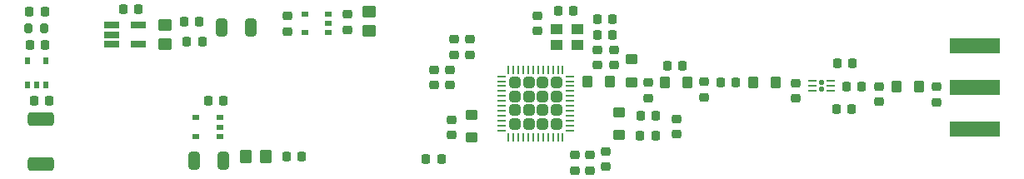
<source format=gbr>
%TF.GenerationSoftware,KiCad,Pcbnew,6.0.0*%
%TF.CreationDate,2022-03-07T01:43:26-06:00*%
%TF.ProjectId,main_board,6d61696e-5f62-46f6-9172-642e6b696361,rev?*%
%TF.SameCoordinates,Original*%
%TF.FileFunction,Paste,Top*%
%TF.FilePolarity,Positive*%
%FSLAX46Y46*%
G04 Gerber Fmt 4.6, Leading zero omitted, Abs format (unit mm)*
G04 Created by KiCad (PCBNEW 6.0.0) date 2022-03-07 01:43:26*
%MOMM*%
%LPD*%
G01*
G04 APERTURE LIST*
G04 Aperture macros list*
%AMRoundRect*
0 Rectangle with rounded corners*
0 $1 Rounding radius*
0 $2 $3 $4 $5 $6 $7 $8 $9 X,Y pos of 4 corners*
0 Add a 4 corners polygon primitive as box body*
4,1,4,$2,$3,$4,$5,$6,$7,$8,$9,$2,$3,0*
0 Add four circle primitives for the rounded corners*
1,1,$1+$1,$2,$3*
1,1,$1+$1,$4,$5*
1,1,$1+$1,$6,$7*
1,1,$1+$1,$8,$9*
0 Add four rect primitives between the rounded corners*
20,1,$1+$1,$2,$3,$4,$5,0*
20,1,$1+$1,$4,$5,$6,$7,0*
20,1,$1+$1,$6,$7,$8,$9,0*
20,1,$1+$1,$8,$9,$2,$3,0*%
G04 Aperture macros list end*
%ADD10RoundRect,0.218750X0.218750X0.256250X-0.218750X0.256250X-0.218750X-0.256250X0.218750X-0.256250X0*%
%ADD11RoundRect,0.218750X0.256250X-0.218750X0.256250X0.218750X-0.256250X0.218750X-0.256250X-0.218750X0*%
%ADD12RoundRect,0.200000X-0.200000X-0.275000X0.200000X-0.275000X0.200000X0.275000X-0.200000X0.275000X0*%
%ADD13RoundRect,0.250000X-0.350000X0.275000X-0.350000X-0.275000X0.350000X-0.275000X0.350000X0.275000X0*%
%ADD14RoundRect,0.225000X0.250000X-0.225000X0.250000X0.225000X-0.250000X0.225000X-0.250000X-0.225000X0*%
%ADD15RoundRect,0.225000X-0.250000X0.225000X-0.250000X-0.225000X0.250000X-0.225000X0.250000X0.225000X0*%
%ADD16R,0.550000X0.800000*%
%ADD17RoundRect,0.250000X-0.275000X-0.350000X0.275000X-0.350000X0.275000X0.350000X-0.275000X0.350000X0*%
%ADD18RoundRect,0.250000X0.325000X0.650000X-0.325000X0.650000X-0.325000X-0.650000X0.325000X-0.650000X0*%
%ADD19RoundRect,0.225000X-0.225000X-0.250000X0.225000X-0.250000X0.225000X0.250000X-0.225000X0.250000X0*%
%ADD20RoundRect,0.250000X-0.350000X-0.450000X0.350000X-0.450000X0.350000X0.450000X-0.350000X0.450000X0*%
%ADD21RoundRect,0.225000X0.225000X0.250000X-0.225000X0.250000X-0.225000X-0.250000X0.225000X-0.250000X0*%
%ADD22RoundRect,0.120000X0.120000X0.155000X-0.120000X0.155000X-0.120000X-0.155000X0.120000X-0.155000X0*%
%ADD23RoundRect,0.062500X0.375000X0.062500X-0.375000X0.062500X-0.375000X-0.062500X0.375000X-0.062500X0*%
%ADD24RoundRect,0.250000X0.450000X-0.350000X0.450000X0.350000X-0.450000X0.350000X-0.450000X-0.350000X0*%
%ADD25RoundRect,0.250000X-0.450000X0.350000X-0.450000X-0.350000X0.450000X-0.350000X0.450000X0.350000X0*%
%ADD26RoundRect,0.250000X0.315000X-0.315000X0.315000X0.315000X-0.315000X0.315000X-0.315000X-0.315000X0*%
%ADD27RoundRect,0.062500X0.062500X-0.375000X0.062500X0.375000X-0.062500X0.375000X-0.062500X-0.375000X0*%
%ADD28RoundRect,0.062500X0.375000X-0.062500X0.375000X0.062500X-0.375000X0.062500X-0.375000X-0.062500X0*%
%ADD29R,0.800000X0.550000*%
%ADD30RoundRect,0.250000X-1.075000X0.425000X-1.075000X-0.425000X1.075000X-0.425000X1.075000X0.425000X0*%
%ADD31R,1.300000X1.100000*%
%ADD32R,1.560000X0.650000*%
%ADD33R,5.080000X1.500000*%
G04 APERTURE END LIST*
D10*
%TO.C,D8*%
X129612500Y-132900000D03*
X128037500Y-132900000D03*
%TD*%
%TO.C,D7*%
X145637500Y-136000000D03*
X144062500Y-136000000D03*
%TD*%
D11*
%TO.C,D6*%
X160390000Y-134767500D03*
X160390000Y-133192500D03*
%TD*%
D10*
%TO.C,D5*%
X155737500Y-147625000D03*
X154162500Y-147625000D03*
%TD*%
D12*
%TO.C,R15*%
X127950000Y-134625000D03*
X129600000Y-134625000D03*
%TD*%
D13*
%TO.C,L1*%
X172992000Y-143404000D03*
X172992000Y-145704000D03*
%TD*%
D14*
%TO.C,C20*%
X185777635Y-138345000D03*
X185777635Y-136795000D03*
%TD*%
D15*
%TO.C,C8*%
X186625000Y-147125000D03*
X186625000Y-148675000D03*
%TD*%
D16*
%TO.C,U5*%
X127825000Y-140325000D03*
X128775000Y-140325000D03*
X129725000Y-140325000D03*
X129725000Y-137925000D03*
X127825000Y-137925000D03*
%TD*%
D17*
%TO.C,L3*%
X184750000Y-140030000D03*
X187050000Y-140030000D03*
%TD*%
D13*
%TO.C,L2*%
X189230000Y-137780000D03*
X189230000Y-140080000D03*
%TD*%
D18*
%TO.C,C45*%
X150555000Y-134500000D03*
X147605000Y-134500000D03*
%TD*%
D19*
%TO.C,C40*%
X128125000Y-136275000D03*
X129675000Y-136275000D03*
%TD*%
D14*
%TO.C,C43*%
X154250000Y-134925000D03*
X154250000Y-133375000D03*
%TD*%
D20*
%TO.C,R12*%
X150050000Y-147675000D03*
X152050000Y-147675000D03*
%TD*%
D21*
%TO.C,C17*%
X183325000Y-132850000D03*
X181775000Y-132850000D03*
%TD*%
D14*
%TO.C,C4*%
X171174259Y-137300000D03*
X171174259Y-135750000D03*
%TD*%
D22*
%TO.C,U3*%
X208560000Y-140810000D03*
X208560000Y-140130000D03*
D23*
X209497500Y-140970000D03*
X209497500Y-140470000D03*
X209497500Y-139970000D03*
X207622500Y-139970000D03*
X207622500Y-140470000D03*
X207622500Y-140970000D03*
%TD*%
D15*
%TO.C,C5*%
X170962000Y-143919000D03*
X170962000Y-145469000D03*
%TD*%
%TO.C,C1*%
X183450000Y-147500000D03*
X183450000Y-149050000D03*
%TD*%
D14*
%TO.C,C21*%
X187507635Y-138345000D03*
X187507635Y-136795000D03*
%TD*%
%TO.C,C3*%
X172824259Y-137300000D03*
X172824259Y-135750000D03*
%TD*%
D24*
%TO.C,R13*%
X162560000Y-134890000D03*
X162560000Y-132890000D03*
%TD*%
D19*
%TO.C,C24*%
X198305000Y-140080000D03*
X199855000Y-140080000D03*
%TD*%
%TO.C,C47*%
X185750000Y-135300000D03*
X187300000Y-135300000D03*
%TD*%
D15*
%TO.C,C22*%
X190970000Y-140135000D03*
X190970000Y-141685000D03*
%TD*%
D19*
%TO.C,C42*%
X146245000Y-141940000D03*
X147795000Y-141940000D03*
%TD*%
D15*
%TO.C,C31*%
X193850000Y-143830000D03*
X193850000Y-145380000D03*
%TD*%
%TO.C,C25*%
X205935000Y-140160000D03*
X205935000Y-141710000D03*
%TD*%
D25*
%TO.C,R14*%
X141850000Y-134250000D03*
X141850000Y-136250000D03*
%TD*%
D19*
%TO.C,C39*%
X137565000Y-132630000D03*
X139115000Y-132630000D03*
%TD*%
D15*
%TO.C,C33*%
X214375000Y-140500000D03*
X214375000Y-142050000D03*
%TD*%
D26*
%TO.C,U1*%
X178810000Y-142940000D03*
X177410000Y-140140000D03*
X180210000Y-142940000D03*
X180210000Y-140140000D03*
X181610000Y-142940000D03*
X177410000Y-141540000D03*
X178810000Y-144340000D03*
X178810000Y-140140000D03*
X181610000Y-140140000D03*
X180210000Y-144340000D03*
X177410000Y-142940000D03*
X177410000Y-144340000D03*
X180210000Y-141540000D03*
X178810000Y-141540000D03*
X181610000Y-144340000D03*
X181610000Y-141540000D03*
D27*
X176760000Y-145677500D03*
X177260000Y-145677500D03*
X177760000Y-145677500D03*
X178260000Y-145677500D03*
X178760000Y-145677500D03*
X179260000Y-145677500D03*
X179760000Y-145677500D03*
X180260000Y-145677500D03*
X180760000Y-145677500D03*
X181260000Y-145677500D03*
X181760000Y-145677500D03*
X182260000Y-145677500D03*
D28*
X182947500Y-144990000D03*
X182947500Y-144490000D03*
X182947500Y-143990000D03*
X182947500Y-143490000D03*
X182947500Y-142990000D03*
X182947500Y-142490000D03*
X182947500Y-141990000D03*
X182947500Y-141490000D03*
X182947500Y-140990000D03*
X182947500Y-140490000D03*
X182947500Y-139990000D03*
X182947500Y-139490000D03*
D27*
X182260000Y-138802500D03*
X181760000Y-138802500D03*
X181260000Y-138802500D03*
X180760000Y-138802500D03*
X180260000Y-138802500D03*
X179760000Y-138802500D03*
X179260000Y-138802500D03*
X178760000Y-138802500D03*
X178260000Y-138802500D03*
X177760000Y-138802500D03*
X177260000Y-138802500D03*
X176760000Y-138802500D03*
D28*
X176072500Y-139490000D03*
X176072500Y-139990000D03*
X176072500Y-140490000D03*
X176072500Y-140990000D03*
X176072500Y-141490000D03*
X176072500Y-141990000D03*
X176072500Y-142490000D03*
X176072500Y-142990000D03*
X176072500Y-143490000D03*
X176072500Y-143990000D03*
X176072500Y-144490000D03*
X176072500Y-144990000D03*
%TD*%
D14*
%TO.C,C7*%
X169150000Y-140375000D03*
X169150000Y-138825000D03*
%TD*%
D19*
%TO.C,C29*%
X190135000Y-145565000D03*
X191685000Y-145565000D03*
%TD*%
D15*
%TO.C,C30*%
X196640000Y-140065000D03*
X196640000Y-141615000D03*
%TD*%
D21*
%TO.C,C10*%
X169908217Y-147925000D03*
X168358217Y-147925000D03*
%TD*%
D29*
%TO.C,U8*%
X158450000Y-135070000D03*
X158450000Y-134120000D03*
X158450000Y-133170000D03*
X156050000Y-133170000D03*
X156050000Y-135070000D03*
%TD*%
D21*
%TO.C,C19*%
X187300000Y-133675000D03*
X185750000Y-133675000D03*
%TD*%
D19*
%TO.C,C23*%
X192895000Y-138420000D03*
X194445000Y-138420000D03*
%TD*%
D13*
%TO.C,L6*%
X187975000Y-143180000D03*
X187975000Y-145480000D03*
%TD*%
D19*
%TO.C,C41*%
X143775000Y-133950000D03*
X145325000Y-133950000D03*
%TD*%
D29*
%TO.C,U7*%
X147400000Y-145600000D03*
X147400000Y-144650000D03*
X147400000Y-143700000D03*
X145000000Y-143700000D03*
X145000000Y-145600000D03*
%TD*%
D17*
%TO.C,L5*%
X201630000Y-140100000D03*
X203930000Y-140100000D03*
%TD*%
D14*
%TO.C,C6*%
X170775000Y-140400000D03*
X170775000Y-138850000D03*
%TD*%
D17*
%TO.C,L4*%
X192630000Y-140090000D03*
X194930000Y-140090000D03*
%TD*%
D30*
%TO.C,D4*%
X129200000Y-143875000D03*
X129200000Y-148375000D03*
%TD*%
D18*
%TO.C,C44*%
X147775000Y-148050000D03*
X144825000Y-148050000D03*
%TD*%
D19*
%TO.C,C32*%
X211090000Y-140505000D03*
X212640000Y-140505000D03*
%TD*%
D15*
%TO.C,C34*%
X220235000Y-140560000D03*
X220235000Y-142110000D03*
%TD*%
D21*
%TO.C,C26*%
X211587000Y-142852000D03*
X210037000Y-142852000D03*
%TD*%
D31*
%TO.C,Y1*%
X181625000Y-136325000D03*
X183725000Y-136325000D03*
X183725000Y-134675000D03*
X181625000Y-134675000D03*
%TD*%
D17*
%TO.C,L7*%
X216155000Y-140575000D03*
X218455000Y-140575000D03*
%TD*%
D32*
%TO.C,U6*%
X136450000Y-134300000D03*
X136450000Y-135250000D03*
X136450000Y-136200000D03*
X139150000Y-136200000D03*
X139150000Y-134300000D03*
%TD*%
D19*
%TO.C,C28*%
X190175000Y-143485000D03*
X191725000Y-143485000D03*
%TD*%
D33*
%TO.C,J6*%
X224100000Y-140625000D03*
X224100000Y-136375000D03*
X224100000Y-144875000D03*
%TD*%
D19*
%TO.C,C38*%
X128550000Y-141975000D03*
X130100000Y-141975000D03*
%TD*%
D15*
%TO.C,C2*%
X185000000Y-147500000D03*
X185000000Y-149050000D03*
%TD*%
D19*
%TO.C,C27*%
X210135000Y-138200000D03*
X211685000Y-138200000D03*
%TD*%
D14*
%TO.C,C9*%
X179700000Y-134850000D03*
X179700000Y-133300000D03*
%TD*%
M02*

</source>
